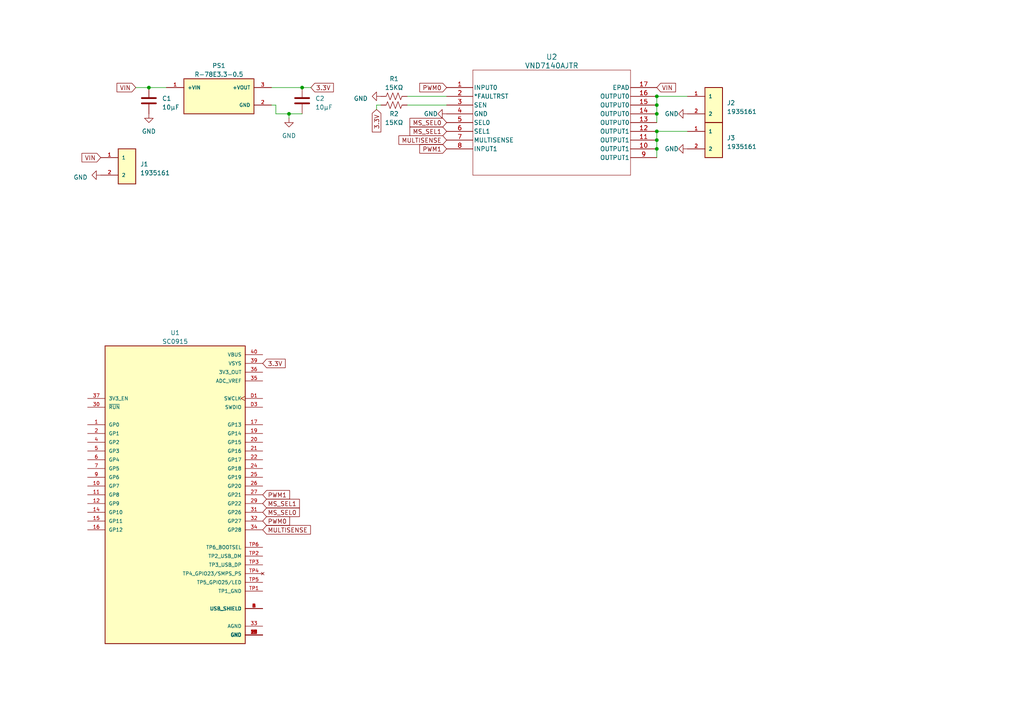
<source format=kicad_sch>
(kicad_sch (version 20230121) (generator eeschema)
  (paper "A4")
  (lib_symbols
    (symbol "Device:C" (pin_numbers hide) (pin_names (offset 0.254))
      (property "Reference" "C" (at 0.635 2.54 0))
      (property "Value" "C" (at 0.635 -2.54 0))
      (symbol "C_0_1"
        (polyline (pts (xy -2.032 -0.762) (xy 2.032 -0.762)) (stroke (width 0.508)))
        (polyline (pts (xy -2.032 0.762) (xy 2.032 0.762)) (stroke (width 0.508)))
      )
      (symbol "C_1_1"
        (pin passive line (at 0 3.81 270) (length 2.794) (name "~") (number "1"))
        (pin passive line (at 0 -3.81 90) (length 2.794) (name "~") (number "2"))
      )
    )
    (symbol "Device:R_US" (pin_numbers hide) (pin_names (offset 0))
      (property "Reference" "R" (at 2.54 0 90))
      (property "Value" "R_US" (at -2.54 0 90))
      (symbol "R_US_0_1"
        (polyline (pts (xy 0 -2.286) (xy 0 -2.54)))
        (polyline (pts (xy 0 2.286) (xy 0 2.54)))
        (polyline (pts (xy 0 -0.762) (xy 1.016 -1.143) (xy 0 -1.524) (xy -1.016 -1.905) (xy 0 -2.286)))
        (polyline (pts (xy 0 0.762) (xy 1.016 0.381) (xy 0 0) (xy -1.016 -0.381) (xy 0 -0.762)))
        (polyline (pts (xy 0 2.286) (xy 1.016 1.905) (xy 0 1.524) (xy -1.016 1.143) (xy 0 0.762)))
      )
      (symbol "R_US_1_1"
        (pin passive line (at 0 3.81 270) (length 1.27) (name "~") (number "1"))
        (pin passive line (at 0 -3.81 90) (length 1.27) (name "~") (number "2"))
      )
    )
    (symbol "Phoenix Connect 1935161:1935161" (pin_names (offset 1.016))
      (property "Reference" "J" (at -2.5455 5.7273 0))
      (property "Value" "1935161" (at -2.5481 -7.6442 0))
      (symbol "1935161_0_0"
        (rectangle (start -2.54 -5.08) (end 2.54 5.08) (stroke (width 0.254)) (fill (type background)))
        (pin passive line (at -7.62 2.54 0) (length 5.08) (name "1") (number "1"))
        (pin passive line (at -7.62 -2.54 0) (length 5.08) (name "2") (number "2"))
      )
    )
    (symbol "Raspberry Pi Pico:SC0915" (pin_names (offset 1.016))
      (property "Reference" "U" (at -20.32 44.069 0))
      (property "Value" "SC0915" (at -20.32 -45.72 0))
      (symbol "SC0915_0_0"
        (rectangle (start -20.32 -43.18) (end 20.32 43.18) (stroke (width 0.254)) (fill (type background)))
        (pin bidirectional line (at -25.4 20.32 0) (length 5.08) (name "GP0") (number "1"))
        (pin bidirectional line (at -25.4 2.54 0) (length 5.08) (name "GP7") (number "10"))
        (pin bidirectional line (at -25.4 0 0) (length 5.08) (name "GP8") (number "11"))
        (pin bidirectional line (at -25.4 -2.54 0) (length 5.08) (name "GP9") (number "12"))
        (pin power_in line (at 25.4 -40.64 180) (length 5.08) (name "GND") (number "13"))
        (pin bidirectional line (at -25.4 -5.08 0) (length 5.08) (name "GP10") (number "14"))
        (pin bidirectional line (at -25.4 -7.62 0) (length 5.08) (name "GP11") (number "15"))
        (pin bidirectional line (at -25.4 -10.16 0) (length 5.08) (name "GP12") (number "16"))
        (pin bidirectional line (at 25.4 20.32 180) (length 5.08) (name "GP13") (number "17"))
        (pin power_in line (at 25.4 -40.64 180) (length 5.08) (name "GND") (number "18"))
        (pin bidirectional line (at 25.4 17.78 180) (length 5.08) (name "GP14") (number "19"))
        (pin bidirectional line (at -25.4 17.78 0) (length 5.08) (name "GP1") (number "2"))
        (pin bidirectional line (at 25.4 15.24 180) (length 5.08) (name "GP15") (number "20"))
        (pin bidirectional line (at 25.4 12.7 180) (length 5.08) (name "GP16") (number "21"))
        (pin bidirectional line (at 25.4 10.16 180) (length 5.08) (name "GP17") (number "22"))
        (pin power_in line (at 25.4 -40.64 180) (length 5.08) (name "GND") (number "23"))
        (pin bidirectional line (at 25.4 7.62 180) (length 5.08) (name "GP18") (number "24"))
        (pin bidirectional line (at 25.4 5.08 180) (length 5.08) (name "GP19") (number "25"))
        (pin bidirectional line (at 25.4 2.54 180) (length 5.08) (name "GP20") (number "26"))
        (pin bidirectional line (at 25.4 0 180) (length 5.08) (name "GP21") (number "27"))
        (pin power_in line (at 25.4 -40.64 180) (length 5.08) (name "GND") (number "28"))
        (pin bidirectional line (at 25.4 -2.54 180) (length 5.08) (name "GP22") (number "29"))
        (pin power_in line (at 25.4 -40.64 180) (length 5.08) (name "GND") (number "3"))
        (pin input line (at -25.4 25.4 0) (length 5.08) (name "~{RUN}") (number "30"))
        (pin bidirectional line (at 25.4 -5.08 180) (length 5.08) (name "GP26") (number "31"))
        (pin bidirectional line (at 25.4 -7.62 180) (length 5.08) (name "GP27") (number "32"))
        (pin power_in line (at 25.4 -38.1 180) (length 5.08) (name "AGND") (number "33"))
        (pin bidirectional line (at 25.4 -10.16 180) (length 5.08) (name "GP28") (number "34"))
        (pin power_in line (at 25.4 33.02 180) (length 5.08) (name "ADC_VREF") (number "35"))
        (pin power_in line (at 25.4 35.56 180) (length 5.08) (name "3V3_OUT") (number "36"))
        (pin input line (at -25.4 27.94 0) (length 5.08) (name "3V3_EN") (number "37"))
        (pin power_in line (at 25.4 -40.64 180) (length 5.08) (name "GND") (number "38"))
        (pin power_in line (at 25.4 38.1 180) (length 5.08) (name "VSYS") (number "39"))
        (pin bidirectional line (at -25.4 15.24 0) (length 5.08) (name "GP2") (number "4"))
        (pin power_in line (at 25.4 40.64 180) (length 5.08) (name "VBUS") (number "40"))
        (pin bidirectional line (at -25.4 12.7 0) (length 5.08) (name "GP3") (number "5"))
        (pin bidirectional line (at -25.4 10.16 0) (length 5.08) (name "GP4") (number "6"))
        (pin bidirectional line (at -25.4 7.62 0) (length 5.08) (name "GP5") (number "7"))
        (pin power_in line (at 25.4 -40.64 180) (length 5.08) (name "GND") (number "8"))
        (pin bidirectional line (at -25.4 5.08 0) (length 5.08) (name "GP6") (number "9"))
        (pin power_in line (at 25.4 -33.02 180) (length 5.08) (name "USB_SHIELD") (number "A"))
        (pin power_in line (at 25.4 -33.02 180) (length 5.08) (name "USB_SHIELD") (number "B"))
        (pin power_in line (at 25.4 -33.02 180) (length 5.08) (name "USB_SHIELD") (number "C"))
        (pin power_in line (at 25.4 -33.02 180) (length 5.08) (name "USB_SHIELD") (number "D"))
        (pin input clock (at 25.4 27.94 180) (length 5.08) (name "SWCLK") (number "D1"))
        (pin power_in line (at 25.4 -40.64 180) (length 5.08) (name "GND") (number "D2"))
        (pin bidirectional line (at 25.4 25.4 180) (length 5.08) (name "SWDIO") (number "D3"))
        (pin power_in line (at 25.4 -27.94 180) (length 5.08) (name "TP1_GND") (number "TP1"))
        (pin bidirectional line (at 25.4 -17.78 180) (length 5.08) (name "TP2_USB_DM") (number "TP2"))
        (pin bidirectional line (at 25.4 -20.32 180) (length 5.08) (name "TP3_USB_DP") (number "TP3"))
        (pin no_connect line (at 25.4 -22.86 180) (length 5.08) (name "TP4_GPIO23/SMPS_PS") (number "TP4"))
        (pin output line (at 25.4 -25.4 180) (length 5.08) (name "TP5_GPIO25/LED") (number "TP5"))
        (pin input line (at 25.4 -15.24 180) (length 5.08) (name "TP6_BOOTSEL") (number "TP6"))
      )
    )
    (symbol "Recom R-78E3.3-0.5:R-78E3.3-0.5" (pin_names (offset 1.016))
      (property "Reference" "PS" (at -10.1639 6.3579 0))
      (property "Value" "R-78E3.3-0.5" (at -10.1614 -7.6227 0))
      (symbol "R-78E3.3-0.5_0_0"
        (rectangle (start -10.16 -5.08) (end 10.16 5.08) (stroke (width 0.254)) (fill (type background)))
        (pin input line (at -15.24 2.54 0) (length 5.08) (name "+VIN") (number "1"))
        (pin power_in line (at 15.24 -2.54 180) (length 5.08) (name "GND") (number "2"))
        (pin output line (at 15.24 2.54 180) (length 5.08) (name "+VOUT") (number "3"))
      )
    )
    (symbol "STM VND7140AJTR:VND7140AJTR" (pin_names (offset 0.254))
      (property "Reference" "U" (at 30.48 10.16 0))
      (property "Value" "VND7140AJTR" (at 30.48 7.62 0))
      (symbol "VND7140AJTR_0_1"
        (polyline (pts (xy 7.62 -25.4) (xy 53.34 -25.4)) (stroke (width 0.127)))
        (polyline (pts (xy 7.62 5.08) (xy 7.62 -25.4)) (stroke (width 0.127)))
        (polyline (pts (xy 53.34 -25.4) (xy 53.34 5.08)) (stroke (width 0.127)))
        (polyline (pts (xy 53.34 5.08) (xy 7.62 5.08)) (stroke (width 0.127)))
        (pin input line (at 0 0 0) (length 7.62) (name "INPUT0") (number "1"))
        (pin output line (at 60.96 -17.78 180) (length 7.62) (name "OUTPUT1") (number "10"))
        (pin output line (at 60.96 -15.24 180) (length 7.62) (name "OUTPUT1") (number "11"))
        (pin output line (at 60.96 -12.7 180) (length 7.62) (name "OUTPUT1") (number "12"))
        (pin output line (at 60.96 -10.16 180) (length 7.62) (name "OUTPUT0") (number "13"))
        (pin output line (at 60.96 -7.62 180) (length 7.62) (name "OUTPUT0") (number "14"))
        (pin output line (at 60.96 -5.08 180) (length 7.62) (name "OUTPUT0") (number "15"))
        (pin output line (at 60.96 -2.54 180) (length 7.62) (name "OUTPUT0") (number "16"))
        (pin power_in line (at 60.96 0 180) (length 7.62) (name "EPAD") (number "17"))
        (pin output line (at 0 -2.54 0) (length 7.62) (name "*FAULTRST") (number "2"))
        (pin output line (at 0 -5.08 0) (length 7.62) (name "SEN") (number "3"))
        (pin power_out line (at 0 -7.62 0) (length 7.62) (name "GND") (number "4"))
        (pin bidirectional line (at 0 -10.16 0) (length 7.62) (name "SEL0") (number "5"))
        (pin bidirectional line (at 0 -12.7 0) (length 7.62) (name "SEL1") (number "6"))
        (pin unspecified line (at 0 -15.24 0) (length 7.62) (name "MULTISENSE") (number "7"))
        (pin input line (at 0 -17.78 0) (length 7.62) (name "INPUT1") (number "8"))
        (pin output line (at 60.96 -20.32 180) (length 7.62) (name "OUTPUT1") (number "9"))
      )
    )
    (symbol "power:GND" (power) (pin_names (offset 0))
      (property "Value" "GND" (at 0 -3.81 0))
      (symbol "GND_0_1"
        (polyline (pts (xy 0 0) (xy 0 -1.27) (xy 1.27 -1.27) (xy 0 -2.54) (xy -1.27 -1.27) (xy 0 -1.27)))
      )
      (symbol "GND_1_1"
        (pin power_in line (at 0 0 270) (length 0) hide (name "GND") (number "1"))
      )
    )
  )
  (junction (at 190.5 43.18))
  (junction (at 190.5 38.1))
  (junction (at 87.63 25.4))
  (junction (at 190.5 30.48))
  (junction (at 43.18 25.4))
  (junction (at 190.5 27.94))
  (junction (at 83.82 33.02))
  (junction (at 190.5 40.64))
  (junction (at 190.5 33.02))
  (wire (pts (xy 39.37 25.4) (xy 43.18 25.4)))
  (wire (pts (xy 190.5 30.48) (xy 190.5 33.02)))
  (wire (pts (xy 43.18 25.4) (xy 48.26 25.4)))
  (wire (pts (xy 190.5 43.18) (xy 190.5 45.72)))
  (wire (pts (xy 190.5 33.02) (xy 190.5 35.56)))
  (wire (pts (xy 83.82 34.29) (xy 83.82 33.02)))
  (wire (pts (xy 87.63 25.4) (xy 78.74 25.4)))
  (wire (pts (xy 190.5 38.1) (xy 199.39 38.1)))
  (wire (pts (xy 80.01 33.02) (xy 80.01 30.48)))
  (wire (pts (xy 190.5 40.64) (xy 190.5 43.18)))
  (wire (pts (xy 83.82 33.02) (xy 87.63 33.02)))
  (wire (pts (xy 190.5 38.1) (xy 190.5 40.64)))
  (wire (pts (xy 190.5 27.94) (xy 199.39 27.94)))
  (wire (pts (xy 118.11 27.94) (xy 129.54 27.94)))
  (wire (pts (xy 90.17 25.4) (xy 87.63 25.4)))
  (wire (pts (xy 80.01 30.48) (xy 78.74 30.48)))
  (wire (pts (xy 80.01 33.02) (xy 83.82 33.02)))
  (wire (pts (xy 118.11 30.48) (xy 129.54 30.48)))
  (wire (pts (xy 109.22 30.48) (xy 109.22 31.75)))
  (wire (pts (xy 190.5 27.94) (xy 190.5 30.48)))
  (wire (pts (xy 109.22 30.48) (xy 110.49 30.48)))
  (global_label "MULTISENSE" (shape input) (at 76.2 153.67 0) (property "Intersheetrefs" "${INTERSHEET_REFS}" (effects hide)))
  (global_label "3.3V" (shape input) (at 109.22 31.75 270) (property "Intersheetrefs" "${INTERSHEET_REFS}" (effects hide)))
  (global_label "3.3V" (shape input) (at 76.2 105.41 0) (property "Intersheetrefs" "${INTERSHEET_REFS}" (effects hide)))
  (global_label "MS_SEL1" (shape input) (at 76.2 146.05 0) (property "Intersheetrefs" "${INTERSHEET_REFS}" (effects hide)))
  (global_label "PWM1" (shape input) (at 76.2 143.51 0) (property "Intersheetrefs" "${INTERSHEET_REFS}" (effects hide)))
  (global_label "MS_SEL0" (shape input) (at 76.2 148.59 0) (property "Intersheetrefs" "${INTERSHEET_REFS}" (effects hide)))
  (global_label "PWM1" (shape input) (at 129.54 43.18 180) (property "Intersheetrefs" "${INTERSHEET_REFS}" (effects hide)))
  (global_label "3.3V" (shape input) (at 90.17 25.4 0) (property "Intersheetrefs" "${INTERSHEET_REFS}" (effects hide)))
  (global_label "MS_SEL1" (shape input) (at 129.54 38.1 180) (property "Intersheetrefs" "${INTERSHEET_REFS}" (effects hide)))
  (global_label "PWM0" (shape input) (at 76.2 151.13 0) (property "Intersheetrefs" "${INTERSHEET_REFS}" (effects hide)))
  (global_label "VIN" (shape input) (at 39.37 25.4 180) (property "Intersheetrefs" "${INTERSHEET_REFS}" (effects hide)))
  (global_label "VIN" (shape input) (at 190.5 25.4 0) (property "Intersheetrefs" "${INTERSHEET_REFS}" (effects hide)))
  (global_label "MS_SEL0" (shape input) (at 129.54 35.56 180) (property "Intersheetrefs" "${INTERSHEET_REFS}" (effects hide)))
  (global_label "VIN" (shape input) (at 29.21 45.72 180) (property "Intersheetrefs" "${INTERSHEET_REFS}" (effects hide)))
  (global_label "MULTISENSE" (shape input) (at 129.54 40.64 180) (property "Intersheetrefs" "${INTERSHEET_REFS}" (effects hide)))
  (global_label "PWM0" (shape input) (at 129.54 25.4 180) (property "Intersheetrefs" "${INTERSHEET_REFS}" (effects hide)))
  (symbol (lib_id "power:GND") (at 199.39 43.18 270) (unit 1)
    (property "Reference" "#PWR07" (effects hide))
    (property "Value" "GND" (at 196.85 43.18 90) (effects (justify right)))
  )
  (symbol (lib_id "Raspberry Pi Pico:SC0915") (at 50.8 143.51 0) (unit 1)
    (property "Reference" "U1" (at 50.8 96.52 0))
    (property "Value" "SC0915" (at 50.8 99.06 0))
    (property "Footprint" "Raspberry Pi Pico:MODULE_SC0915" (effects hide))
    (property "PARTREV" "1.9" (effects hide))
    (property "STANDARD" "Manufacturer Recommendations" (effects hide))
    (property "SNAPEDA_PN" "SC0915" (effects hide))
    (property "MANUFACTURER" "Pi Supply" (effects hide))
  )
  (symbol (lib_id "power:GND") (at 83.82 34.29 0) (unit 1)
    (property "Reference" "#PWR02" (effects hide))
    (property "Value" "GND" (at 83.82 39.37 0))
  )
  (symbol (lib_id "power:GND") (at 110.49 27.94 270) (unit 1)
    (property "Reference" "#PWR04" (effects hide))
    (property "Value" "GND" (at 106.68 28.575 90) (effects (justify right)))
  )
  (symbol (lib_id "Device:R_US") (at 114.3 30.48 90) (unit 1)
    (property "Reference" "R2" (at 114.3 33.02 90))
    (property "Value" "15KΩ" (at 114.3 25.4 90))
    (property "Footprint" "Resistor_SMD:R_0201_0603Metric_Pad0.64x0.40mm_HandSolder" (effects hide))
  )
  (symbol (lib_id "power:GND") (at 199.39 33.02 270) (unit 1)
    (property "Reference" "#PWR03" (effects hide))
    (property "Value" "GND" (at 196.85 33.02 90) (effects (justify right)))
  )
  (symbol (lib_id "power:GND") (at 29.21 50.8 270) (unit 1)
    (property "Reference" "#PWR01" (effects hide))
    (property "Value" "GND" (at 25.4 51.435 90) (effects (justify right)))
  )
  (symbol (lib_id "power:GND") (at 129.54 33.02 270) (unit 1)
    (property "Reference" "#PWR09" (effects hide))
    (property "Value" "GND" (at 127 33.02 90) (effects (justify right)))
  )
  (symbol (lib_id "Device:C") (at 43.18 29.21 0) (unit 1)
    (property "Reference" "C1" (at 46.99 28.575 0) (effects (justify left)))
    (property "Value" "10μF" (at 46.99 31.115 0) (effects (justify left)))
    (property "Footprint" "Capacitor_SMD:C_0805_2012Metric_Pad1.18x1.45mm_HandSolder" (effects hide))
  )
  (symbol (lib_id "Recom R-78E3.3-0.5:R-78E3.3-0.5") (at 63.5 27.94 0) (unit 1)
    (property "Reference" "PS1" (at 63.5 19.05 0))
    (property "Value" "R-78E3.3-0.5" (at 63.5 21.59 0))
    (property "Footprint" "Raspberry Pi Pico:CONV_R-78E3.3-0.5" (effects hide))
    (property "STANDARD" "Manufacturer Recommendations" (effects hide))
    (property "PARTREV" "4" (effects hide))
    (property "MAXIMUM_PACKAGE_HEIGHT" "10.40mm" (effects hide))
    (property "MANUFACTURER" "RECOM" (effects hide))
  )
  (symbol (lib_id "power:GND") (at 43.18 33.02 0) (unit 1)
    (property "Reference" "#PWR05" (effects hide))
    (property "Value" "GND" (at 43.18 38.1 0))
  )
  (symbol (lib_id "Device:R_US") (at 114.3 27.94 90) (unit 1)
    (property "Reference" "R1" (at 114.3 22.86 90))
    (property "Value" "15KΩ" (at 114.3 35.56 90))
    (property "Footprint" "Resistor_SMD:R_0201_0603Metric_Pad0.64x0.40mm_HandSolder" (effects hide))
  )
  (symbol (lib_id "STM VND7140AJTR:VND7140AJTR") (at 129.54 25.4 0) (unit 1)
    (property "Reference" "U2" (at 160.02 16.51 0) (effects (font (size 1.524 1.524))))
    (property "Value" "VND7140AJTR" (at 160.02 19.05 0) (effects (font (size 1.524 1.524))))
    (property "Footprint" "Raspberry Pi Pico:POWERSSO16_STM" (effects hide))
    (property "Datasheet" "VND7140AJTR" (effects hide))
  )
  (symbol (lib_id "Phoenix Connect 1935161:1935161") (at 207.01 40.64 0) (unit 1)
    (property "Reference" "J3" (at 210.82 40.005 0) (effects (justify left)))
    (property "Value" "1935161" (at 210.82 42.545 0) (effects (justify left)))
    (property "Footprint" "Raspberry Pi Pico:PHOENIX_1935161" (effects hide))
    (property "MANUFACTURER" "Phoenix Contact" (effects hide))
  )
  (symbol (lib_id "Phoenix Connect 1935161:1935161") (at 36.83 48.26 0) (unit 1)
    (property "Reference" "J1" (at 40.64 47.625 0) (effects (justify left)))
    (property "Value" "1935161" (at 40.64 50.165 0) (effects (justify left)))
    (property "Footprint" "Raspberry Pi Pico:PHOENIX_1935161" (effects hide))
    (property "MANUFACTURER" "Phoenix Contact" (effects hide))
  )
  (symbol (lib_id "Phoenix Connect 1935161:1935161") (at 207.01 30.48 0) (unit 1)
    (property "Reference" "J2" (at 210.82 29.845 0) (effects (justify left)))
    (property "Value" "1935161" (at 210.82 32.385 0) (effects (justify left)))
    (property "Footprint" "Raspberry Pi Pico:PHOENIX_1935161" (effects hide))
    (property "MANUFACTURER" "Phoenix Contact" (effects hide))
  )
  (symbol (lib_id "Device:C") (at 87.63 29.21 0) (unit 1)
    (property "Reference" "C2" (at 91.44 28.575 0) (effects (justify left)))
    (property "Value" "10μF" (at 91.44 31.115 0) (effects (justify left)))
    (property "Footprint" "Capacitor_SMD:C_0805_2012Metric_Pad1.18x1.45mm_HandSolder" (effects hide))
  )
)
</source>
